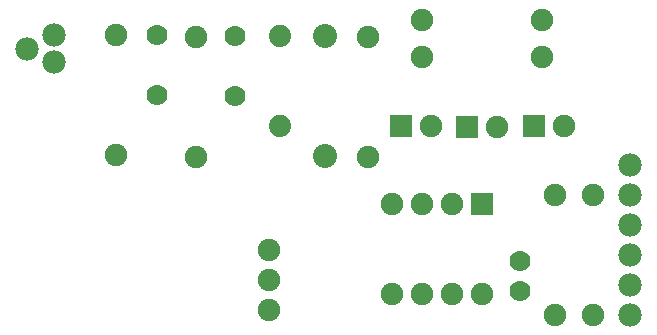
<source format=gbs>
G04 MADE WITH FRITZING*
G04 WWW.FRITZING.ORG*
G04 DOUBLE SIDED*
G04 HOLES PLATED*
G04 CONTOUR ON CENTER OF CONTOUR VECTOR*
%ASAXBY*%
%FSLAX23Y23*%
%MOIN*%
%OFA0B0*%
%SFA1.0B1.0*%
%ADD10C,0.078000*%
%ADD11C,0.037953*%
%ADD12C,0.075000*%
%ADD13C,0.070000*%
%ADD14C,0.074000*%
%ADD15C,0.080000*%
%ADD16R,0.075000X0.075000*%
%LNMASK0*%
G90*
G70*
G54D10*
X71Y1015D03*
X161Y1060D03*
X161Y970D03*
G54D11*
X71Y1015D03*
X161Y1060D03*
X161Y970D03*
G54D12*
X1587Y497D03*
X1587Y197D03*
X1487Y497D03*
X1487Y197D03*
X1387Y497D03*
X1387Y197D03*
X1287Y497D03*
X1287Y197D03*
X366Y659D03*
X366Y1059D03*
G54D13*
X504Y860D03*
X504Y1060D03*
G54D12*
X634Y655D03*
X634Y1055D03*
G54D13*
X764Y856D03*
X764Y1056D03*
G54D14*
X913Y757D03*
X913Y1057D03*
G54D15*
X1063Y656D03*
X1063Y1056D03*
G54D12*
X1205Y655D03*
X1205Y1055D03*
X1386Y1112D03*
X1786Y1112D03*
X1386Y986D03*
X1786Y986D03*
X1760Y757D03*
X1860Y757D03*
X1535Y753D03*
X1635Y753D03*
X1315Y757D03*
X1415Y757D03*
G54D13*
X1713Y206D03*
X1713Y306D03*
G54D12*
X1957Y127D03*
X1957Y527D03*
X1831Y127D03*
X1831Y527D03*
G54D10*
X2079Y626D03*
X2079Y526D03*
X2079Y426D03*
X2079Y326D03*
X2079Y226D03*
X2079Y126D03*
G54D12*
X878Y344D03*
X878Y244D03*
X878Y144D03*
G54D16*
X1587Y497D03*
X1760Y757D03*
X1535Y753D03*
X1315Y757D03*
G04 End of Mask0*
M02*
</source>
